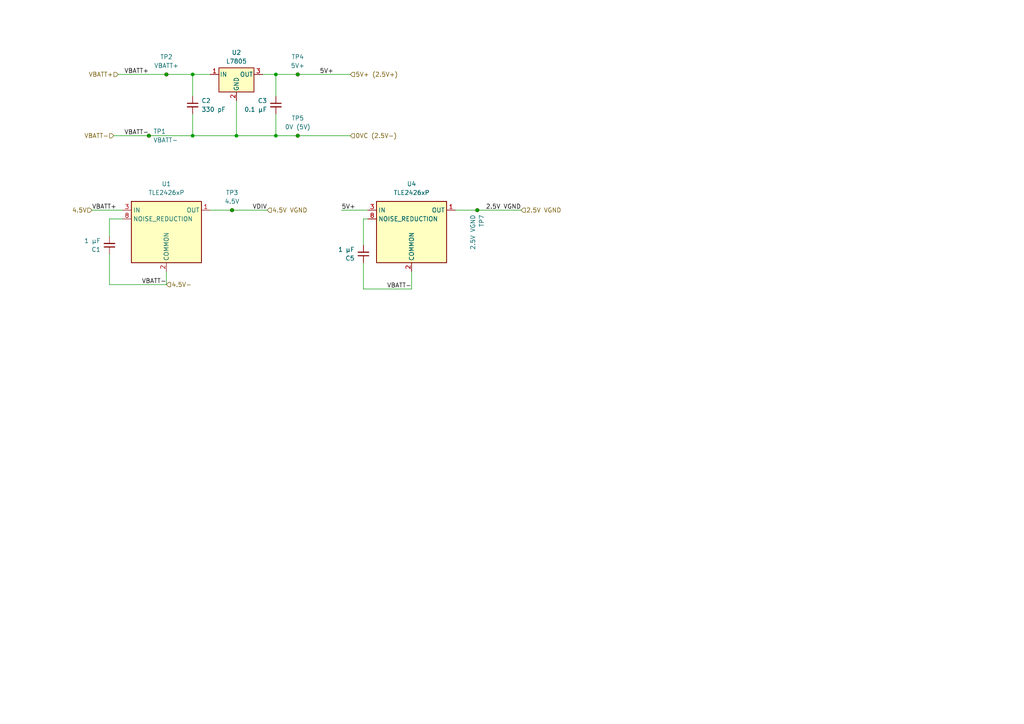
<source format=kicad_sch>
(kicad_sch (version 20250114) (generator "eeschema") (generator_version "9.0")
  (paper "A4")
  (lib_symbols
    (symbol "Connector:TestPoint_Small" (pin_numbers (hide yes)) (pin_names (offset 0.762) (hide yes))
      (property "Reference" "TP" (at 0 3.81 0))
      (property "Value" "TestPoint_Small" (at 0 2.032 0))
      (symbol "TestPoint_Small_0_1"
        (circle (center 0 0) (radius 0.508))
      )
      (symbol "TestPoint_Small_1_1"
        (pin passive line (at 0 0 90) (length 0) (name "1") (number "1"))
      )
    )
    (symbol "Device:C_Small" (pin_numbers (hide yes)) (pin_names (offset 0.254) (hide yes))
      (property "Reference" "C" (at 0.254 1.778 0))
      (property "Value" "C_Small" (at 0.254 -2.032 0))
      (symbol "C_Small_0_1"
        (polyline (pts (xy -1.524 0.508) (xy 1.524 0.508)) (stroke (width 0.3048)))
        (polyline (pts (xy -1.524 -0.508) (xy 1.524 -0.508)) (stroke (width 0.3302)))
      )
      (symbol "C_Small_1_1"
        (pin passive line (at 0 2.54 270) (length 2.032) (name "~") (number "1"))
        (pin passive line (at 0 -2.54 90) (length 2.032) (name "~") (number "2"))
      )
    )
    (symbol "Reference_Voltage:TLE2426xP"
      (property "Reference" "U" (at -10.414 8.89 0))
      (property "Value" "TLE2426xP" (at 10.16 8.89 0))
      (symbol "TLE2426xP_0_1"
        (rectangle (start -10.16 7.62) (end 10.16 -10.16) (stroke (width 0.254)) (fill (type background)))
      )
      (symbol "TLE2426xP_1_1"
        (pin power_in line (at -12.7 5.08 0) (length 2.54) (name "IN") (number "3"))
        (pin passive line (at -12.7 2.54 0) (length 2.54) (name "NOISE_REDUCTION") (number "8"))
        (pin no_connect line (at -10.16 0 0) (length 2.54) (hide yes) (name "NC") (number "4"))
        (pin no_connect line (at -10.16 -2.54 0) (length 2.54) (hide yes) (name "NC") (number "5"))
        (pin power_in line (at 0 -12.7 90) (length 2.54) (name "COMMON") (number "2"))
        (pin no_connect line (at 10.16 0 180) (length 2.54) (hide yes) (name "NC") (number "6"))
        (pin no_connect line (at 10.16 -2.54 180) (length 2.54) (hide yes) (name "NC") (number "7"))
        (pin power_out line (at 12.7 5.08 180) (length 2.54) (name "OUT") (number "1"))
      )
    )
    (symbol "Regulator_Linear:L7805" (pin_names (offset 0.254))
      (property "Reference" "U" (at -3.81 3.175 0))
      (property "Value" "L7805" (at 0 3.175 0))
      (symbol "L7805_0_1"
        (rectangle (start -5.08 1.905) (end 5.08 -5.08) (stroke (width 0.254)) (fill (type background)))
      )
      (symbol "L7805_1_1"
        (pin power_in line (at -7.62 0 0) (length 2.54) (name "IN") (number "1"))
        (pin power_in line (at 0 -7.62 90) (length 2.54) (name "GND") (number "2"))
        (pin power_out line (at 7.62 0 180) (length 2.54) (name "OUT") (number "3"))
      )
    )
  )
  (junction (at 67.31 60.96))
  (junction (at 138.43 60.96))
  (junction (at 86.36 39.37))
  (junction (at 86.36 21.59))
  (junction (at 68.58 39.37))
  (junction (at 55.88 39.37))
  (junction (at 43.18 39.37))
  (junction (at 80.01 21.59))
  (junction (at 48.26 21.59))
  (junction (at 55.88 21.59))
  (junction (at 80.01 39.37))
  (wire (pts (xy 80.01 21.59) (xy 86.36 21.59)))
  (wire (pts (xy 48.26 82.55) (xy 48.26 78.74)))
  (wire (pts (xy 76.2 21.59) (xy 80.01 21.59)))
  (wire (pts (xy 86.36 21.59) (xy 101.6 21.59)))
  (wire (pts (xy 68.58 29.21) (xy 68.58 39.37)))
  (wire (pts (xy 105.41 83.82) (xy 119.38 83.82)))
  (wire (pts (xy 80.01 39.37) (xy 80.01 33.02)))
  (wire (pts (xy 31.75 68.58) (xy 31.75 63.5)))
  (wire (pts (xy 55.88 21.59) (xy 55.88 27.94)))
  (wire (pts (xy 86.36 39.37) (xy 101.6 39.37)))
  (wire (pts (xy 67.31 60.96) (xy 60.96 60.96)))
  (wire (pts (xy 138.43 60.96) (xy 132.08 60.96)))
  (wire (pts (xy 119.38 83.82) (xy 119.38 78.74)))
  (wire (pts (xy 26.67 60.96) (xy 35.56 60.96)))
  (wire (pts (xy 33.02 39.37) (xy 43.18 39.37)))
  (wire (pts (xy 68.58 39.37) (xy 80.01 39.37)))
  (wire (pts (xy 80.01 21.59) (xy 80.01 27.94)))
  (wire (pts (xy 138.43 60.96) (xy 151.13 60.96)))
  (wire (pts (xy 31.75 82.55) (xy 48.26 82.55)))
  (wire (pts (xy 77.47 60.96) (xy 67.31 60.96)))
  (wire (pts (xy 55.88 39.37) (xy 68.58 39.37)))
  (wire (pts (xy 60.96 21.59) (xy 55.88 21.59)))
  (wire (pts (xy 31.75 63.5) (xy 35.56 63.5)))
  (wire (pts (xy 105.41 76.2) (xy 105.41 83.82)))
  (wire (pts (xy 48.26 21.59) (xy 55.88 21.59)))
  (wire (pts (xy 106.68 63.5) (xy 105.41 63.5)))
  (wire (pts (xy 55.88 33.02) (xy 55.88 39.37)))
  (wire (pts (xy 34.29 21.59) (xy 48.26 21.59)))
  (wire (pts (xy 105.41 63.5) (xy 105.41 71.12)))
  (wire (pts (xy 99.06 60.96) (xy 106.68 60.96)))
  (wire (pts (xy 43.18 39.37) (xy 55.88 39.37)))
  (wire (pts (xy 31.75 73.66) (xy 31.75 82.55)))
  (wire (pts (xy 80.01 39.37) (xy 86.36 39.37)))
  (label "5V+" (at 99.06 60.96 0))
  (label "VBATT+" (at 43.18 21.59 180))
  (label "VBATT-" (at 43.18 39.37 180))
  (label "VDIV" (at 77.47 60.96 180))
  (label "2.5V VGND" (at 151.13 60.96 180))
  (label "5V+" (at 92.71 21.59 0))
  (label "VBATT+" (at 26.67 60.96 0))
  (label "VBATT-" (at 48.26 82.55 180))
  (label "VBATT-" (at 119.38 83.82 180))
  (hierarchical_label "4.5V VGND" (shape input) (at 77.47 60.96 0))
  (hierarchical_label "VBATT-" (shape input) (at 33.02 39.37 180))
  (hierarchical_label "VBATT+" (shape input) (at 34.29 21.59 180))
  (hierarchical_label "0VC (2.5V-)" (shape input) (at 101.6 39.37 0))
  (hierarchical_label "2.5V VGND" (shape input) (at 151.13 60.96 0))
  (hierarchical_label "4.5V-" (shape input) (at 48.26 82.55 0))
  (hierarchical_label "5V+ (2.5V+)" (shape input) (at 101.6 21.59 0))
  (hierarchical_label "4.5V" (shape input) (at 26.67 60.96 180))
  (symbol (lib_id "Connector:TestPoint_Small") (at 67.31 60.96 90) (unit 1)
    (property "Reference" "TP3" (at 67.31 55.88 90))
    (property "Value" "4.5V" (at 67.31 58.42 90))
    (property "Footprint" "TestPoint:TestPoint_Pad_D2.0mm" (effects (hide yes)))
    (property "Description" "test point" (effects (hide yes)))
  )
  (symbol (lib_id "Connector:TestPoint_Small") (at 43.18 39.37 0) (unit 1)
    (property "Reference" "TP1" (at 44.45 38.0999 0) (effects (justify left)))
    (property "Value" "VBATT-" (at 44.45 40.6399 0) (effects (justify left)))
    (property "Footprint" "TestPoint:TestPoint_Pad_D2.0mm" (effects (hide yes)))
    (property "Description" "test point" (effects (hide yes)))
  )
  (symbol (lib_id "Regulator_Linear:L7805") (at 68.58 21.59 0) (unit 1)
    (property "Reference" "U2" (at 68.58 15.24 0))
    (property "Value" "L7805" (at 68.58 17.78 0))
    (property "Footprint" "Package_TO_SOT_THT:TO-220-3_Horizontal_TabDown" (effects (hide yes)))
    (property "Datasheet" "http://www.st.com/content/ccc/resource/technical/document/datasheet/41/4f/b3/b0/12/d4/47/88/CD00000444.pdf/files/CD00000444.pdf/jcr:content/translations/en.CD00000444.pdf" (effects (hide yes)))
    (property "Description" "Positive 1.5A 35V Linear Regulator, Fixed Output 5V, TO-220/TO-263/TO-252" (effects (hide yes)))
  )
  (symbol (lib_id "Device:C_Small") (at 80.01 30.48 0) (mirror y) (unit 1)
    (property "Reference" "C3" (at 77.47 29.2162 0) (effects (justify left)))
    (property "Value" "0.1 µF" (at 77.47 31.7562 0) (effects (justify left)))
    (property "Footprint" "Capacitor_THT:C_Disc_D5.0mm_W2.5mm_P2.50mm" (effects (hide yes)))
    (property "Description" "Unpolarized capacitor, small symbol" (effects (hide yes)))
  )
  (symbol (lib_id "Connector:TestPoint_Small") (at 86.36 21.59 90) (unit 1)
    (property "Reference" "TP4" (at 86.36 16.51 90))
    (property "Value" "5V+" (at 86.36 19.05 90))
    (property "Footprint" "TestPoint:TestPoint_Pad_D2.0mm" (effects (hide yes)))
    (property "Description" "test point" (effects (hide yes)))
  )
  (symbol (lib_id "Device:C_Small") (at 105.41 73.66 180) (unit 1)
    (property "Reference" "C5" (at 102.87 74.9238 0) (effects (justify left)))
    (property "Value" "1 µF" (at 102.87 72.3838 0) (effects (justify left)))
    (property "Footprint" "Capacitor_THT:CP_Radial_D5.0mm_P2.00mm" (effects (hide yes)))
    (property "Description" "Unpolarized capacitor, small symbol" (effects (hide yes)))
  )
  (symbol (lib_id "Connector:TestPoint_Small") (at 138.43 60.96 0) (mirror x) (unit 1)
    (property "Reference" "TP7" (at 139.7001 62.23 90) (effects (justify left)))
    (property "Value" "2.5V VGND" (at 137.1601 62.23 90) (effects (justify left)))
    (property "Footprint" "TestPoint:TestPoint_Pad_D2.0mm" (effects (hide yes)))
    (property "Description" "test point" (effects (hide yes)))
  )
  (symbol (lib_id "Device:C_Small") (at 31.75 71.12 180) (unit 1)
    (property "Reference" "C1" (at 29.21 72.3838 0) (effects (justify left)))
    (property "Value" "1 µF" (at 29.21 69.8438 0) (effects (justify left)))
    (property "Footprint" "Capacitor_THT:CP_Radial_D5.0mm_P2.00mm" (effects (hide yes)))
    (property "Description" "Unpolarized capacitor, small symbol" (effects (hide yes)))
  )
  (symbol (lib_id "Device:C_Small") (at 55.88 30.48 0) (unit 1)
    (property "Reference" "C2" (at 58.42 29.2162 0) (effects (justify left)))
    (property "Value" "330 pF" (at 58.42 31.7562 0) (effects (justify left)))
    (property "Footprint" "Capacitor_THT:C_Disc_D5.0mm_W2.5mm_P2.50mm" (effects (hide yes)))
    (property "Description" "Unpolarized capacitor, small symbol" (effects (hide yes)))
  )
  (symbol (lib_id "Reference_Voltage:TLE2426xP") (at 48.26 66.04 0) (unit 1)
    (property "Reference" "U1" (at 48.26 53.34 0))
    (property "Value" "TLE2426xP" (at 48.26 55.88 0))
    (property "Footprint" "Package_DIP:DIP-8_W7.62mm" (effects (hide yes)))
    (property "Datasheet" "http://www.ti.com/lit/ds/symlink/tle2426.pdf" (effects (hide yes)))
    (property "Description" "Precision virtual ground, noise reduction pin, 4V to 40V input, DIP-8" (effects (hide yes)))
  )
  (symbol (lib_id "Connector:TestPoint_Small") (at 86.36 39.37 90) (unit 1)
    (property "Reference" "TP5" (at 86.36 34.29 90))
    (property "Value" "0V (5V)" (at 86.36 36.83 90))
    (property "Footprint" "TestPoint:TestPoint_Pad_D2.0mm" (effects (hide yes)))
    (property "Description" "test point" (effects (hide yes)))
  )
  (symbol (lib_id "Connector:TestPoint_Small") (at 48.26 21.59 90) (unit 1)
    (property "Reference" "TP2" (at 48.26 16.51 90))
    (property "Value" "VBATT+" (at 48.26 19.05 90))
    (property "Footprint" "TestPoint:TestPoint_Pad_D2.0mm" (effects (hide yes)))
    (property "Description" "test point" (effects (hide yes)))
  )
  (symbol (lib_id "Reference_Voltage:TLE2426xP") (at 119.38 66.04 0) (unit 1)
    (property "Reference" "U4" (at 119.38 53.34 0))
    (property "Value" "TLE2426xP" (at 119.38 55.88 0))
    (property "Footprint" "Package_DIP:DIP-8_W7.62mm" (effects (hide yes)))
    (property "Datasheet" "http://www.ti.com/lit/ds/symlink/tle2426.pdf" (effects (hide yes)))
    (property "Description" "Precision virtual ground, noise reduction pin, 4V to 40V input, DIP-8" (effects (hide yes)))
  )
)
</source>
